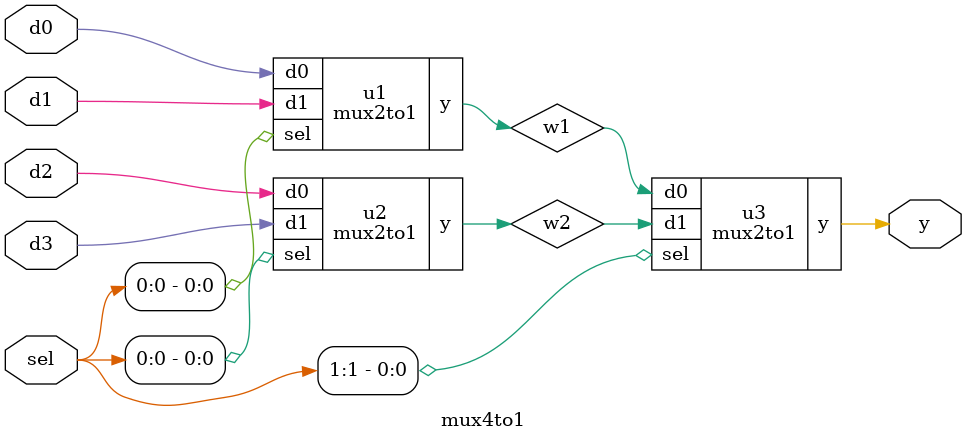
<source format=v>
module mux2to1 (
    input  d0, d1,   // data inputs
    input  sel,      // select input
    output y         // output
);
    assign y = sel ? d1 : d0;
endmodule

// ============================================================
// 4-to-1 Multiplexer (TO BE COMPLETED BY USER)
// ============================================================
// TODO: Instantiate three mux2to1 modules
//       - First two mux2to1 select between (d0,d1) and (d2,d3)
//       - Third mux2to1 selects between their outputs
// ============================================================
module mux4to1 (
    input  d0, d1, d2, d3,
    input  [1:0] sel,
    output y
);
    // Write your code here
    wire w1,w2;
    mux2to1 u1(.d0(d0),.d1(d1),.sel(sel[0]),.y(w1));
    mux2to1 u2(.d0(d2),.d1(d3),.sel(sel[0]),.y(w2));
    mux2to1 u3(.d0(w1),.d1(w2),.sel(sel[1]),.y(y));
endmodule

</source>
